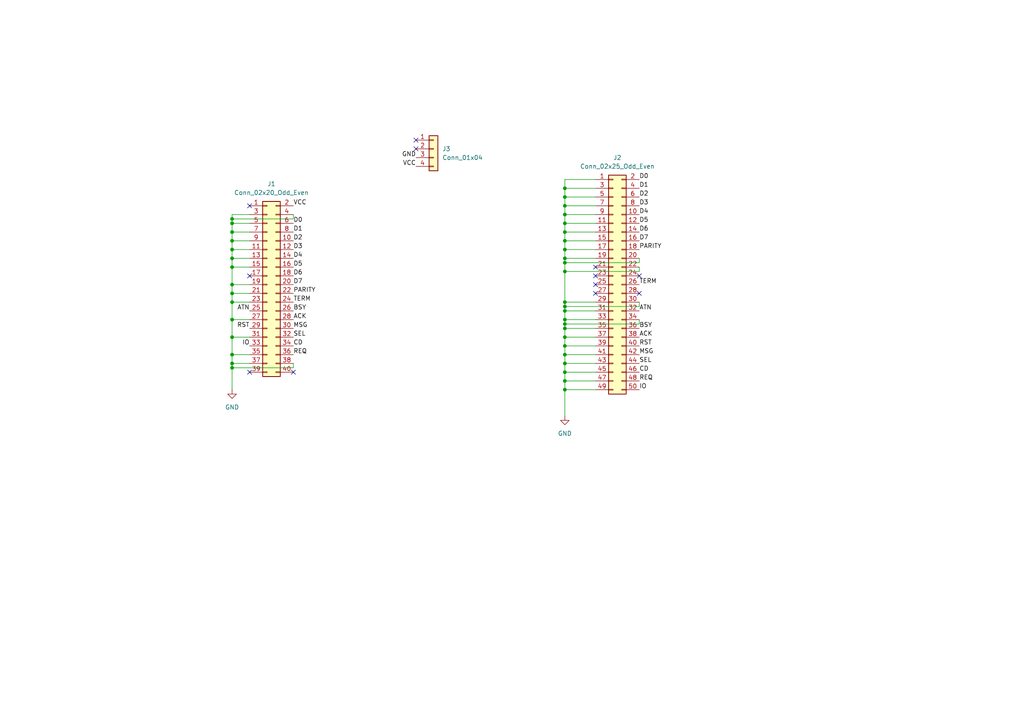
<source format=kicad_sch>
(kicad_sch (version 20231120) (generator "eeschema") (generator_version "8.0")
  (paper "A4")
  (lib_symbols
    (symbol "Connector_Generic:Conn_01x04" (pin_names (offset 1.016) hide)
      (property "Reference" "J" (at 0 5.08 0))
      (property "Value" "Conn_01x04" (at 0 -7.62 0))
      (symbol "Conn_01x04_1_1"
        (rectangle (start -1.27 -4.953) (end 0 -5.207) (stroke (width 0.1524)))
        (rectangle (start -1.27 -2.413) (end 0 -2.667) (stroke (width 0.1524)))
        (rectangle (start -1.27 0.127) (end 0 -0.127) (stroke (width 0.1524)))
        (rectangle (start -1.27 2.667) (end 0 2.413) (stroke (width 0.1524)))
        (rectangle (start -1.27 3.81) (end 1.27 -6.35) (stroke (width 0.254)) (fill (type background)))
        (pin passive line (at -5.08 2.54 0) (length 3.81) (name "Pin_1") (number "1"))
        (pin passive line (at -5.08 0 0) (length 3.81) (name "Pin_2") (number "2"))
        (pin passive line (at -5.08 -2.54 0) (length 3.81) (name "Pin_3") (number "3"))
        (pin passive line (at -5.08 -5.08 0) (length 3.81) (name "Pin_4") (number "4"))
      )
    )
    (symbol "Connector_Generic:Conn_02x20_Odd_Even" (pin_names (offset 1.016) hide)
      (property "Reference" "J" (at 1.27 25.4 0))
      (property "Value" "Conn_02x20_Odd_Even" (at 1.27 -27.94 0))
      (symbol "Conn_02x20_Odd_Even_1_1"
        (rectangle (start -1.27 -25.273) (end 0 -25.527) (stroke (width 0.1524)))
        (rectangle (start -1.27 -22.733) (end 0 -22.987) (stroke (width 0.1524)))
        (rectangle (start -1.27 -20.193) (end 0 -20.447) (stroke (width 0.1524)))
        (rectangle (start -1.27 -17.653) (end 0 -17.907) (stroke (width 0.1524)))
        (rectangle (start -1.27 -15.113) (end 0 -15.367) (stroke (width 0.1524)))
        (rectangle (start -1.27 -12.573) (end 0 -12.827) (stroke (width 0.1524)))
        (rectangle (start -1.27 -10.033) (end 0 -10.287) (stroke (width 0.1524)))
        (rectangle (start -1.27 -7.493) (end 0 -7.747) (stroke (width 0.1524)))
        (rectangle (start -1.27 -4.953) (end 0 -5.207) (stroke (width 0.1524)))
        (rectangle (start -1.27 -2.413) (end 0 -2.667) (stroke (width 0.1524)))
        (rectangle (start -1.27 0.127) (end 0 -0.127) (stroke (width 0.1524)))
        (rectangle (start -1.27 2.667) (end 0 2.413) (stroke (width 0.1524)))
        (rectangle (start -1.27 5.207) (end 0 4.953) (stroke (width 0.1524)))
        (rectangle (start -1.27 7.747) (end 0 7.493) (stroke (width 0.1524)))
        (rectangle (start -1.27 10.287) (end 0 10.033) (stroke (width 0.1524)))
        (rectangle (start -1.27 12.827) (end 0 12.573) (stroke (width 0.1524)))
        (rectangle (start -1.27 15.367) (end 0 15.113) (stroke (width 0.1524)))
        (rectangle (start -1.27 17.907) (end 0 17.653) (stroke (width 0.1524)))
        (rectangle (start -1.27 20.447) (end 0 20.193) (stroke (width 0.1524)))
        (rectangle (start -1.27 22.987) (end 0 22.733) (stroke (width 0.1524)))
        (rectangle (start -1.27 24.13) (end 3.81 -26.67) (stroke (width 0.254)) (fill (type background)))
        (rectangle (start 3.81 -25.273) (end 2.54 -25.527) (stroke (width 0.1524)))
        (rectangle (start 3.81 -22.733) (end 2.54 -22.987) (stroke (width 0.1524)))
        (rectangle (start 3.81 -20.193) (end 2.54 -20.447) (stroke (width 0.1524)))
        (rectangle (start 3.81 -17.653) (end 2.54 -17.907) (stroke (width 0.1524)))
        (rectangle (start 3.81 -15.113) (end 2.54 -15.367) (stroke (width 0.1524)))
        (rectangle (start 3.81 -12.573) (end 2.54 -12.827) (stroke (width 0.1524)))
        (rectangle (start 3.81 -10.033) (end 2.54 -10.287) (stroke (width 0.1524)))
        (rectangle (start 3.81 -7.493) (end 2.54 -7.747) (stroke (width 0.1524)))
        (rectangle (start 3.81 -4.953) (end 2.54 -5.207) (stroke (width 0.1524)))
        (rectangle (start 3.81 -2.413) (end 2.54 -2.667) (stroke (width 0.1524)))
        (rectangle (start 3.81 0.127) (end 2.54 -0.127) (stroke (width 0.1524)))
        (rectangle (start 3.81 2.667) (end 2.54 2.413) (stroke (width 0.1524)))
        (rectangle (start 3.81 5.207) (end 2.54 4.953) (stroke (width 0.1524)))
        (rectangle (start 3.81 7.747) (end 2.54 7.493) (stroke (width 0.1524)))
        (rectangle (start 3.81 10.287) (end 2.54 10.033) (stroke (width 0.1524)))
        (rectangle (start 3.81 12.827) (end 2.54 12.573) (stroke (width 0.1524)))
        (rectangle (start 3.81 15.367) (end 2.54 15.113) (stroke (width 0.1524)))
        (rectangle (start 3.81 17.907) (end 2.54 17.653) (stroke (width 0.1524)))
        (rectangle (start 3.81 20.447) (end 2.54 20.193) (stroke (width 0.1524)))
        (rectangle (start 3.81 22.987) (end 2.54 22.733) (stroke (width 0.1524)))
        (pin passive line (at -5.08 22.86 0) (length 3.81) (name "Pin_1") (number "1"))
        (pin passive line (at 7.62 12.7 180) (length 3.81) (name "Pin_10") (number "10"))
        (pin passive line (at -5.08 10.16 0) (length 3.81) (name "Pin_11") (number "11"))
        (pin passive line (at 7.62 10.16 180) (length 3.81) (name "Pin_12") (number "12"))
        (pin passive line (at -5.08 7.62 0) (length 3.81) (name "Pin_13") (number "13"))
        (pin passive line (at 7.62 7.62 180) (length 3.81) (name "Pin_14") (number "14"))
        (pin passive line (at -5.08 5.08 0) (length 3.81) (name "Pin_15") (number "15"))
        (pin passive line (at 7.62 5.08 180) (length 3.81) (name "Pin_16") (number "16"))
        (pin passive line (at -5.08 2.54 0) (length 3.81) (name "Pin_17") (number "17"))
        (pin passive line (at 7.62 2.54 180) (length 3.81) (name "Pin_18") (number "18"))
        (pin passive line (at -5.08 0 0) (length 3.81) (name "Pin_19") (number "19"))
        (pin passive line (at 7.62 22.86 180) (length 3.81) (name "Pin_2") (number "2"))
        (pin passive line (at 7.62 0 180) (length 3.81) (name "Pin_20") (number "20"))
        (pin passive line (at -5.08 -2.54 0) (length 3.81) (name "Pin_21") (number "21"))
        (pin passive line (at 7.62 -2.54 180) (length 3.81) (name "Pin_22") (number "22"))
        (pin passive line (at -5.08 -5.08 0) (length 3.81) (name "Pin_23") (number "23"))
        (pin passive line (at 7.62 -5.08 180) (length 3.81) (name "Pin_24") (number "24"))
        (pin passive line (at -5.08 -7.62 0) (length 3.81) (name "Pin_25") (number "25"))
        (pin passive line (at 7.62 -7.62 180) (length 3.81) (name "Pin_26") (number "26"))
        (pin passive line (at -5.08 -10.16 0) (length 3.81) (name "Pin_27") (number "27"))
        (pin passive line (at 7.62 -10.16 180) (length 3.81) (name "Pin_28") (number "28"))
        (pin passive line (at -5.08 -12.7 0) (length 3.81) (name "Pin_29") (number "29"))
        (pin passive line (at -5.08 20.32 0) (length 3.81) (name "Pin_3") (number "3"))
        (pin passive line (at 7.62 -12.7 180) (length 3.81) (name "Pin_30") (number "30"))
        (pin passive line (at -5.08 -15.24 0) (length 3.81) (name "Pin_31") (number "31"))
        (pin passive line (at 7.62 -15.24 180) (length 3.81) (name "Pin_32") (number "32"))
        (pin passive line (at -5.08 -17.78 0) (length 3.81) (name "Pin_33") (number "33"))
        (pin passive line (at 7.62 -17.78 180) (length 3.81) (name "Pin_34") (number "34"))
        (pin passive line (at -5.08 -20.32 0) (length 3.81) (name "Pin_35") (number "35"))
        (pin passive line (at 7.62 -20.32 180) (length 3.81) (name "Pin_36") (number "36"))
        (pin passive line (at -5.08 -22.86 0) (length 3.81) (name "Pin_37") (number "37"))
        (pin passive line (at 7.62 -22.86 180) (length 3.81) (name "Pin_38") (number "38"))
        (pin passive line (at -5.08 -25.4 0) (length 3.81) (name "Pin_39") (number "39"))
        (pin passive line (at 7.62 20.32 180) (length 3.81) (name "Pin_4") (number "4"))
        (pin passive line (at 7.62 -25.4 180) (length 3.81) (name "Pin_40") (number "40"))
        (pin passive line (at -5.08 17.78 0) (length 3.81) (name "Pin_5") (number "5"))
        (pin passive line (at 7.62 17.78 180) (length 3.81) (name "Pin_6") (number "6"))
        (pin passive line (at -5.08 15.24 0) (length 3.81) (name "Pin_7") (number "7"))
        (pin passive line (at 7.62 15.24 180) (length 3.81) (name "Pin_8") (number "8"))
        (pin passive line (at -5.08 12.7 0) (length 3.81) (name "Pin_9") (number "9"))
      )
    )
    (symbol "Connector_Generic:Conn_02x25_Odd_Even" (pin_names (offset 1.016) hide)
      (property "Reference" "J" (at 1.27 33.02 0))
      (property "Value" "Conn_02x25_Odd_Even" (at 1.27 -33.02 0))
      (symbol "Conn_02x25_Odd_Even_1_1"
        (rectangle (start -1.27 -30.353) (end 0 -30.607) (stroke (width 0.1524)))
        (rectangle (start -1.27 -27.813) (end 0 -28.067) (stroke (width 0.1524)))
        (rectangle (start -1.27 -25.273) (end 0 -25.527) (stroke (width 0.1524)))
        (rectangle (start -1.27 -22.733) (end 0 -22.987) (stroke (width 0.1524)))
        (rectangle (start -1.27 -20.193) (end 0 -20.447) (stroke (width 0.1524)))
        (rectangle (start -1.27 -17.653) (end 0 -17.907) (stroke (width 0.1524)))
        (rectangle (start -1.27 -15.113) (end 0 -15.367) (stroke (width 0.1524)))
        (rectangle (start -1.27 -12.573) (end 0 -12.827) (stroke (width 0.1524)))
        (rectangle (start -1.27 -10.033) (end 0 -10.287) (stroke (width 0.1524)))
        (rectangle (start -1.27 -7.493) (end 0 -7.747) (stroke (width 0.1524)))
        (rectangle (start -1.27 -4.953) (end 0 -5.207) (stroke (width 0.1524)))
        (rectangle (start -1.27 -2.413) (end 0 -2.667) (stroke (width 0.1524)))
        (rectangle (start -1.27 0.127) (end 0 -0.127) (stroke (width 0.1524)))
        (rectangle (start -1.27 2.667) (end 0 2.413) (stroke (width 0.1524)))
        (rectangle (start -1.27 5.207) (end 0 4.953) (stroke (width 0.1524)))
        (rectangle (start -1.27 7.747) (end 0 7.493) (stroke (width 0.1524)))
        (rectangle (start -1.27 10.287) (end 0 10.033) (stroke (width 0.1524)))
        (rectangle (start -1.27 12.827) (end 0 12.573) (stroke (width 0.1524)))
        (rectangle (start -1.27 15.367) (end 0 15.113) (stroke (width 0.1524)))
        (rectangle (start -1.27 17.907) (end 0 17.653) (stroke (width 0.1524)))
        (rectangle (start -1.27 20.447) (end 0 20.193) (stroke (width 0.1524)))
        (rectangle (start -1.27 22.987) (end 0 22.733) (stroke (width 0.1524)))
        (rectangle (start -1.27 25.527) (end 0 25.273) (stroke (width 0.1524)))
        (rectangle (start -1.27 28.067) (end 0 27.813) (stroke (width 0.1524)))
        (rectangle (start -1.27 30.607) (end 0 30.353) (stroke (width 0.1524)))
        (rectangle (start -1.27 31.75) (end 3.81 -31.75) (stroke (width 0.254)) (fill (type background)))
        (rectangle (start 3.81 -30.353) (end 2.54 -30.607) (stroke (width 0.1524)))
        (rectangle (start 3.81 -27.813) (end 2.54 -28.067) (stroke (width 0.1524)))
        (rectangle (start 3.81 -25.273) (end 2.54 -25.527) (stroke (width 0.1524)))
        (rectangle (start 3.81 -22.733) (end 2.54 -22.987) (stroke (width 0.1524)))
        (rectangle (start 3.81 -20.193) (end 2.54 -20.447) (stroke (width 0.1524)))
        (rectangle (start 3.81 -17.653) (end 2.54 -17.907) (stroke (width 0.1524)))
        (rectangle (start 3.81 -15.113) (end 2.54 -15.367) (stroke (width 0.1524)))
        (rectangle (start 3.81 -12.573) (end 2.54 -12.827) (stroke (width 0.1524)))
        (rectangle (start 3.81 -10.033) (end 2.54 -10.287) (stroke (width 0.1524)))
        (rectangle (start 3.81 -7.493) (end 2.54 -7.747) (stroke (width 0.1524)))
        (rectangle (start 3.81 -4.953) (end 2.54 -5.207) (stroke (width 0.1524)))
        (rectangle (start 3.81 -2.413) (end 2.54 -2.667) (stroke (width 0.1524)))
        (rectangle (start 3.81 0.127) (end 2.54 -0.127) (stroke (width 0.1524)))
        (rectangle (start 3.81 2.667) (end 2.54 2.413) (stroke (width 0.1524)))
        (rectangle (start 3.81 5.207) (end 2.54 4.953) (stroke (width 0.1524)))
        (rectangle (start 3.81 7.747) (end 2.54 7.493) (stroke (width 0.1524)))
        (rectangle (start 3.81 10.287) (end 2.54 10.033) (stroke (width 0.1524)))
        (rectangle (start 3.81 12.827) (end 2.54 12.573) (stroke (width 0.1524)))
        (rectangle (start 3.81 15.367) (end 2.54 15.113) (stroke (width 0.1524)))
        (rectangle (start 3.81 17.907) (end 2.54 17.653) (stroke (width 0.1524)))
        (rectangle (start 3.81 20.447) (end 2.54 20.193) (stroke (width 0.1524)))
        (rectangle (start 3.81 22.987) (end 2.54 22.733) (stroke (width 0.1524)))
        (rectangle (start 3.81 25.527) (end 2.54 25.273) (stroke (width 0.1524)))
        (rectangle (start 3.81 28.067) (end 2.54 27.813) (stroke (width 0.1524)))
        (rectangle (start 3.81 30.607) (end 2.54 30.353) (stroke (width 0.1524)))
        (pin passive line (at -5.08 30.48 0) (length 3.81) (name "Pin_1") (number "1"))
        (pin passive line (at 7.62 20.32 180) (length 3.81) (name "Pin_10") (number "10"))
        (pin passive line (at -5.08 17.78 0) (length 3.81) (name "Pin_11") (number "11"))
        (pin passive line (at 7.62 17.78 180) (length 3.81) (name "Pin_12") (number "12"))
        (pin passive line (at -5.08 15.24 0) (length 3.81) (name "Pin_13") (number "13"))
        (pin passive line (at 7.62 15.24 180) (length 3.81) (name "Pin_14") (number "14"))
        (pin passive line (at -5.08 12.7 0) (length 3.81) (name "Pin_15") (number "15"))
        (pin passive line (at 7.62 12.7 180) (length 3.81) (name "Pin_16") (number "16"))
        (pin passive line (at -5.08 10.16 0) (length 3.81) (name "Pin_17") (number "17"))
        (pin passive line (at 7.62 10.16 180) (length 3.81) (name "Pin_18") (number "18"))
        (pin passive line (at -5.08 7.62 0) (length 3.81) (name "Pin_19") (number "19"))
        (pin passive line (at 7.62 30.48 180) (length 3.81) (name "Pin_2") (number "2"))
        (pin passive line (at 7.62 7.62 180) (length 3.81) (name "Pin_20") (number "20"))
        (pin passive line (at -5.08 5.08 0) (length 3.81) (name "Pin_21") (number "21"))
        (pin passive line (at 7.62 5.08 180) (length 3.81) (name "Pin_22") (number "22"))
        (pin passive line (at -5.08 2.54 0) (length 3.81) (name "Pin_23") (number "23"))
        (pin passive line (at 7.62 2.54 180) (length 3.81) (name "Pin_24") (number "24"))
        (pin passive line (at -5.08 0 0) (length 3.81) (name "Pin_25") (number "25"))
        (pin passive line (at 7.62 0 180) (length 3.81) (name "Pin_26") (number "26"))
        (pin passive line (at -5.08 -2.54 0) (length 3.81) (name "Pin_27") (number "27"))
        (pin passive line (at 7.62 -2.54 180) (length 3.81) (name "Pin_28") (number "28"))
        (pin passive line (at -5.08 -5.08 0) (length 3.81) (name "Pin_29") (number "29"))
        (pin passive line (at -5.08 27.94 0) (length 3.81) (name "Pin_3") (number "3"))
        (pin passive line (at 7.62 -5.08 180) (length 3.81) (name "Pin_30") (number "30"))
        (pin passive line (at -5.08 -7.62 0) (length 3.81) (name "Pin_31") (number "31"))
        (pin passive line (at 7.62 -7.62 180) (length 3.81) (name "Pin_32") (number "32"))
        (pin passive line (at -5.08 -10.16 0) (length 3.81) (name "Pin_33") (number "33"))
        (pin passive line (at 7.62 -10.16 180) (length 3.81) (name "Pin_34") (number "34"))
        (pin passive line (at -5.08 -12.7 0) (length 3.81) (name "Pin_35") (number "35"))
        (pin passive line (at 7.62 -12.7 180) (length 3.81) (name "Pin_36") (number "36"))
        (pin passive line (at -5.08 -15.24 0) (length 3.81) (name "Pin_37") (number "37"))
        (pin passive line (at 7.62 -15.24 180) (length 3.81) (name "Pin_38") (number "38"))
        (pin passive line (at -5.08 -17.78 0) (length 3.81) (name "Pin_39") (number "39"))
        (pin passive line (at 7.62 27.94 180) (length 3.81) (name "Pin_4") (number "4"))
        (pin passive line (at 7.62 -17.78 180) (length 3.81) (name "Pin_40") (number "40"))
        (pin passive line (at -5.08 -20.32 0) (length 3.81) (name "Pin_41") (number "41"))
        (pin passive line (at 7.62 -20.32 180) (length 3.81) (name "Pin_42") (number "42"))
        (pin passive line (at -5.08 -22.86 0) (length 3.81) (name "Pin_43") (number "43"))
        (pin passive line (at 7.62 -22.86 180) (length 3.81) (name "Pin_44") (number "44"))
        (pin passive line (at -5.08 -25.4 0) (length 3.81) (name "Pin_45") (number "45"))
        (pin passive line (at 7.62 -25.4 180) (length 3.81) (name "Pin_46") (number "46"))
        (pin passive line (at -5.08 -27.94 0) (length 3.81) (name "Pin_47") (number "47"))
        (pin passive line (at 7.62 -27.94 180) (length 3.81) (name "Pin_48") (number "48"))
        (pin passive line (at -5.08 -30.48 0) (length 3.81) (name "Pin_49") (number "49"))
        (pin passive line (at -5.08 25.4 0) (length 3.81) (name "Pin_5") (number "5"))
        (pin passive line (at 7.62 -30.48 180) (length 3.81) (name "Pin_50") (number "50"))
        (pin passive line (at 7.62 25.4 180) (length 3.81) (name "Pin_6") (number "6"))
        (pin passive line (at -5.08 22.86 0) (length 3.81) (name "Pin_7") (number "7"))
        (pin passive line (at 7.62 22.86 180) (length 3.81) (name "Pin_8") (number "8"))
        (pin passive line (at -5.08 20.32 0) (length 3.81) (name "Pin_9") (number "9"))
      )
    )
    (symbol "power:GND" (power) (pin_numbers hide) (pin_names (offset 0) hide)
      (property "Value" "GND" (at 0 -3.81 0))
      (symbol "GND_0_1"
        (polyline (pts (xy 0 0) (xy 0 -1.27) (xy 1.27 -1.27) (xy 0 -2.54) (xy -1.27 -1.27) (xy 0 -1.27)))
      )
      (symbol "GND_1_1"
        (pin power_in line (at 0 0 270) (length 0) (name "~") (number "1"))
      )
    )
  )
  (junction (at 67.31 105.41))
  (junction (at 163.83 76.2))
  (junction (at 67.31 69.85))
  (junction (at 67.31 102.87))
  (junction (at 163.83 93.98))
  (junction (at 163.83 102.87))
  (junction (at 163.83 57.15))
  (junction (at 163.83 67.31))
  (junction (at 67.31 87.63))
  (junction (at 163.83 78.74))
  (junction (at 163.83 69.85))
  (junction (at 67.31 92.71))
  (junction (at 163.83 74.93))
  (junction (at 67.31 63.5))
  (junction (at 163.83 88.9))
  (junction (at 67.31 77.47))
  (junction (at 163.83 105.41))
  (junction (at 67.31 106.68))
  (junction (at 163.83 87.63))
  (junction (at 163.83 90.17))
  (junction (at 67.31 72.39))
  (junction (at 163.83 95.25))
  (junction (at 163.83 100.33))
  (junction (at 163.83 97.79))
  (junction (at 67.31 85.09))
  (junction (at 163.83 113.03))
  (junction (at 163.83 54.61))
  (junction (at 67.31 74.93))
  (junction (at 67.31 64.77))
  (junction (at 163.83 72.39))
  (junction (at 163.83 92.71))
  (junction (at 163.83 62.23))
  (junction (at 163.83 64.77))
  (junction (at 163.83 110.49))
  (junction (at 67.31 97.79))
  (junction (at 163.83 107.95))
  (junction (at 67.31 82.55))
  (junction (at 163.83 59.69))
  (junction (at 67.31 67.31))
  (no_connect (at 172.72 77.47))
  (no_connect (at 120.65 43.18))
  (no_connect (at 185.42 85.09))
  (no_connect (at 72.39 80.01))
  (no_connect (at 172.72 85.09))
  (no_connect (at 172.72 80.01))
  (no_connect (at 120.65 40.64))
  (no_connect (at 172.72 82.55))
  (no_connect (at 85.09 107.95))
  (no_connect (at 72.39 59.69))
  (no_connect (at 72.39 107.95))
  (no_connect (at 185.42 80.01))
  (wire (pts (xy 163.83 100.33) (xy 172.72 100.33)))
  (wire (pts (xy 67.31 92.71) (xy 67.31 97.79)))
  (wire (pts (xy 163.83 87.63) (xy 163.83 88.9)))
  (wire (pts (xy 185.42 74.93) (xy 185.42 76.2)))
  (wire (pts (xy 185.42 92.71) (xy 185.42 93.98)))
  (wire (pts (xy 163.83 88.9) (xy 185.42 88.9)))
  (wire (pts (xy 163.83 67.31) (xy 163.83 69.85)))
  (wire (pts (xy 163.83 93.98) (xy 163.83 95.25)))
  (wire (pts (xy 163.83 110.49) (xy 163.83 113.03)))
  (wire (pts (xy 67.31 67.31) (xy 67.31 69.85)))
  (wire (pts (xy 67.31 102.87) (xy 72.39 102.87)))
  (wire (pts (xy 67.31 92.71) (xy 72.39 92.71)))
  (wire (pts (xy 67.31 82.55) (xy 72.39 82.55)))
  (wire (pts (xy 163.83 95.25) (xy 172.72 95.25)))
  (wire (pts (xy 67.31 63.5) (xy 67.31 64.77)))
  (wire (pts (xy 85.09 62.23) (xy 85.09 63.5)))
  (wire (pts (xy 163.83 78.74) (xy 185.42 78.74)))
  (wire (pts (xy 163.83 87.63) (xy 172.72 87.63)))
  (wire (pts (xy 67.31 97.79) (xy 72.39 97.79)))
  (wire (pts (xy 163.83 110.49) (xy 172.72 110.49)))
  (wire (pts (xy 67.31 72.39) (xy 72.39 72.39)))
  (wire (pts (xy 67.31 77.47) (xy 67.31 82.55)))
  (wire (pts (xy 67.31 74.93) (xy 67.31 77.47)))
  (wire (pts (xy 163.83 54.61) (xy 172.72 54.61)))
  (wire (pts (xy 67.31 97.79) (xy 67.31 102.87)))
  (wire (pts (xy 163.83 92.71) (xy 172.72 92.71)))
  (wire (pts (xy 67.31 77.47) (xy 72.39 77.47)))
  (wire (pts (xy 163.83 57.15) (xy 172.72 57.15)))
  (wire (pts (xy 163.83 92.71) (xy 163.83 93.98)))
  (wire (pts (xy 67.31 82.55) (xy 67.31 85.09)))
  (wire (pts (xy 163.83 105.41) (xy 172.72 105.41)))
  (wire (pts (xy 163.83 102.87) (xy 172.72 102.87)))
  (wire (pts (xy 85.09 63.5) (xy 67.31 63.5)))
  (wire (pts (xy 163.83 69.85) (xy 172.72 69.85)))
  (wire (pts (xy 163.83 64.77) (xy 172.72 64.77)))
  (wire (pts (xy 163.83 90.17) (xy 172.72 90.17)))
  (wire (pts (xy 163.83 59.69) (xy 163.83 62.23)))
  (wire (pts (xy 163.83 54.61) (xy 163.83 57.15)))
  (wire (pts (xy 172.72 52.07) (xy 163.83 52.07)))
  (wire (pts (xy 163.83 97.79) (xy 163.83 100.33)))
  (wire (pts (xy 163.83 52.07) (xy 163.83 54.61)))
  (wire (pts (xy 163.83 67.31) (xy 172.72 67.31)))
  (wire (pts (xy 85.09 105.41) (xy 85.09 106.68)))
  (wire (pts (xy 163.83 72.39) (xy 172.72 72.39)))
  (wire (pts (xy 67.31 69.85) (xy 67.31 72.39)))
  (wire (pts (xy 67.31 102.87) (xy 67.31 105.41)))
  (wire (pts (xy 163.83 57.15) (xy 163.83 59.69)))
  (wire (pts (xy 67.31 105.41) (xy 67.31 106.68)))
  (wire (pts (xy 67.31 62.23) (xy 67.31 63.5)))
  (wire (pts (xy 163.83 74.93) (xy 163.83 76.2)))
  (wire (pts (xy 163.83 113.03) (xy 172.72 113.03)))
  (wire (pts (xy 163.83 107.95) (xy 163.83 110.49)))
  (wire (pts (xy 163.83 100.33) (xy 163.83 102.87)))
  (wire (pts (xy 67.31 85.09) (xy 67.31 87.63)))
  (wire (pts (xy 67.31 67.31) (xy 72.39 67.31)))
  (wire (pts (xy 163.83 90.17) (xy 163.83 92.71)))
  (wire (pts (xy 163.83 69.85) (xy 163.83 72.39)))
  (wire (pts (xy 163.83 59.69) (xy 172.72 59.69)))
  (wire (pts (xy 163.83 95.25) (xy 163.83 97.79)))
  (wire (pts (xy 163.83 74.93) (xy 172.72 74.93)))
  (wire (pts (xy 67.31 105.41) (xy 72.39 105.41)))
  (wire (pts (xy 163.83 64.77) (xy 163.83 67.31)))
  (wire (pts (xy 163.83 76.2) (xy 185.42 76.2)))
  (wire (pts (xy 67.31 106.68) (xy 85.09 106.68)))
  (wire (pts (xy 163.83 78.74) (xy 163.83 87.63)))
  (wire (pts (xy 67.31 69.85) (xy 72.39 69.85)))
  (wire (pts (xy 67.31 87.63) (xy 72.39 87.63)))
  (wire (pts (xy 163.83 88.9) (xy 163.83 90.17)))
  (wire (pts (xy 67.31 64.77) (xy 67.31 67.31)))
  (wire (pts (xy 67.31 72.39) (xy 67.31 74.93)))
  (wire (pts (xy 163.83 93.98) (xy 185.42 93.98)))
  (wire (pts (xy 163.83 72.39) (xy 163.83 74.93)))
  (wire (pts (xy 67.31 106.68) (xy 67.31 113.03)))
  (wire (pts (xy 67.31 74.93) (xy 72.39 74.93)))
  (wire (pts (xy 185.42 77.47) (xy 185.42 78.74)))
  (wire (pts (xy 163.83 102.87) (xy 163.83 105.41)))
  (wire (pts (xy 72.39 62.23) (xy 67.31 62.23)))
  (wire (pts (xy 163.83 107.95) (xy 172.72 107.95)))
  (wire (pts (xy 67.31 87.63) (xy 67.31 92.71)))
  (wire (pts (xy 163.83 97.79) (xy 172.72 97.79)))
  (wire (pts (xy 163.83 62.23) (xy 172.72 62.23)))
  (wire (pts (xy 163.83 113.03) (xy 163.83 120.65)))
  (wire (pts (xy 163.83 105.41) (xy 163.83 107.95)))
  (wire (pts (xy 163.83 76.2) (xy 163.83 78.74)))
  (wire (pts (xy 67.31 85.09) (xy 72.39 85.09)))
  (wire (pts (xy 163.83 62.23) (xy 163.83 64.77)))
  (wire (pts (xy 67.31 64.77) (xy 72.39 64.77)))
  (wire (pts (xy 185.42 87.63) (xy 185.42 88.9)))
  (label "IO" (at 185.42 113.03 0))
  (label "VCC" (at 85.09 59.69 0))
  (label "RST" (at 185.42 100.33 0))
  (label "D1" (at 85.09 67.31 0))
  (label "CD" (at 185.42 107.95 0))
  (label "TERM" (at 185.42 82.55 0))
  (label "D2" (at 85.09 69.85 0))
  (label "MSG" (at 85.09 95.25 0))
  (label "ACK" (at 85.09 92.71 0))
  (label "PARITY" (at 185.42 72.39 0))
  (label "BSY" (at 185.42 95.25 0))
  (label "VCC" (at 120.65 48.26 180))
  (label "D6" (at 185.42 67.31 0))
  (label "D1" (at 185.42 54.61 0))
  (label "TERM" (at 85.09 87.63 0))
  (label "GND" (at 120.65 45.72 180))
  (label "D6" (at 85.09 80.01 0))
  (label "ATN" (at 72.39 90.17 180))
  (label "D7" (at 185.42 69.85 0))
  (label "BSY" (at 85.09 90.17 0))
  (label "PARITY" (at 85.09 85.09 0))
  (label "D3" (at 185.42 59.69 0))
  (label "ATN" (at 185.42 90.17 0))
  (label "RST" (at 72.39 95.25 180))
  (label "CD" (at 85.09 100.33 0))
  (label "D3" (at 85.09 72.39 0))
  (label "ACK" (at 185.42 97.79 0))
  (label "D4" (at 85.09 74.93 0))
  (label "SEL" (at 85.09 97.79 0))
  (label "D4" (at 185.42 62.23 0))
  (label "REQ" (at 185.42 110.49 0))
  (label "SEL" (at 185.42 105.41 0))
  (label "D5" (at 185.42 64.77 0))
  (label "D0" (at 85.09 64.77 0))
  (label "REQ" (at 85.09 102.87 0))
  (label "D5" (at 85.09 77.47 0))
  (label "D2" (at 185.42 57.15 0))
  (label "MSG" (at 185.42 102.87 0))
  (label "IO" (at 72.39 100.33 180))
  (label "D0" (at 185.42 52.07 0))
  (label "D7" (at 85.09 82.55 0))
  (symbol (lib_id "Connector_Generic:Conn_02x25_Odd_Even") (at 177.8 82.55 0) (unit 1)
    (property "Reference" "J2" (at 179.07 45.72 0))
    (property "Value" "Conn_02x25_Odd_Even" (at 179.07 48.26 0))
    (property "Footprint" "Connector_IDC:IDC-Header_2x25_P2.54mm_Vertical" (effects (hide yes)))
    (property "Description" "Generic connector, double row, 02x25, odd/even pin numbering scheme (row 1 odd numbers, row 2 even numbers), script generated (kicad-library-utils/schlib/autogen/connector/)" (effects (hide yes)))
  )
  (symbol (lib_id "Connector_Generic:Conn_01x04") (at 125.73 43.18 0) (unit 1)
    (property "Reference" "J3" (at 128.27 43.1799 0) (effects (justify left)))
    (property "Value" "Conn_01x04" (at 128.27 45.7199 0) (effects (justify left)))
    (property "Footprint" "Connector_PinHeader_2.54mm:PinHeader_1x04_P2.54mm_Vertical" (effects (hide yes)))
    (property "Description" "Generic connector, single row, 01x04, script generated (kicad-library-utils/schlib/autogen/connector/)" (effects (hide yes)))
  )
  (symbol (lib_id "Connector_Generic:Conn_02x20_Odd_Even") (at 77.47 82.55 0) (unit 1)
    (property "Reference" "J1" (at 78.74 53.34 0))
    (property "Value" "Conn_02x20_Odd_Even" (at 78.74 55.88 0))
    (property "Footprint" "Connector_PinHeader_2.00mm:PinHeader_2x20_P2.00mm_Vertical" (effects (hide yes)))
    (property "Description" "Generic connector, double row, 02x20, odd/even pin numbering scheme (row 1 odd numbers, row 2 even numbers), script generated (kicad-library-utils/schlib/autogen/connector/)" (effects (hide yes)))
  )
  (symbol (lib_id "power:GND") (at 67.31 113.03 0) (unit 1)
    (property "Reference" "#PWR01" (effects (hide yes)))
    (property "Value" "GND" (at 67.31 118.11 0))
    (property "Description" "Power symbol creates a global label with name \"GND\" , ground" (effects (hide yes)))
  )
  (symbol (lib_id "power:GND") (at 163.83 120.65 0) (unit 1)
    (property "Reference" "#PWR02" (effects (hide yes)))
    (property "Value" "GND" (at 163.83 125.73 0))
    (property "Description" "Power symbol creates a global label with name \"GND\" , ground" (effects (hide yes)))
  )
)
</source>
